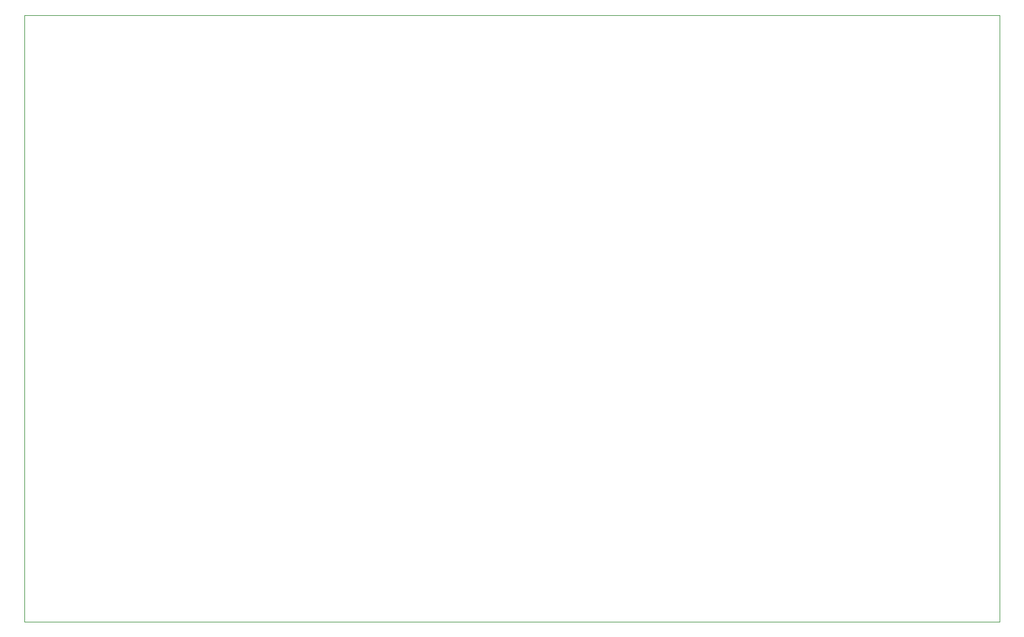
<source format=gbr>
%TF.GenerationSoftware,KiCad,Pcbnew,(5.1.10-1-10_14)*%
%TF.CreationDate,2021-08-16T01:31:51-04:00*%
%TF.ProjectId,sound,736f756e-642e-46b6-9963-61645f706362,rev?*%
%TF.SameCoordinates,Original*%
%TF.FileFunction,Profile,NP*%
%FSLAX46Y46*%
G04 Gerber Fmt 4.6, Leading zero omitted, Abs format (unit mm)*
G04 Created by KiCad (PCBNEW (5.1.10-1-10_14)) date 2021-08-16 01:31:51*
%MOMM*%
%LPD*%
G01*
G04 APERTURE LIST*
%TA.AperFunction,Profile*%
%ADD10C,0.050000*%
%TD*%
G04 APERTURE END LIST*
D10*
X267716000Y-108966000D02*
X267716000Y-103378000D01*
X147574000Y-108966000D02*
X267716000Y-108966000D01*
X132334000Y-108966000D02*
X132334000Y-103378000D01*
X147574000Y-108966000D02*
X132334000Y-108966000D01*
X267716000Y-24638000D02*
X267716000Y-32766000D01*
X135890000Y-24638000D02*
X267716000Y-24638000D01*
X267716000Y-99568000D02*
X267716000Y-32766000D01*
X267716000Y-103378000D02*
X267716000Y-99568000D01*
X132334000Y-103378000D02*
X132334000Y-28956000D01*
X132334000Y-24638000D02*
X132334000Y-28956000D01*
X135890000Y-24638000D02*
X132334000Y-24638000D01*
M02*

</source>
